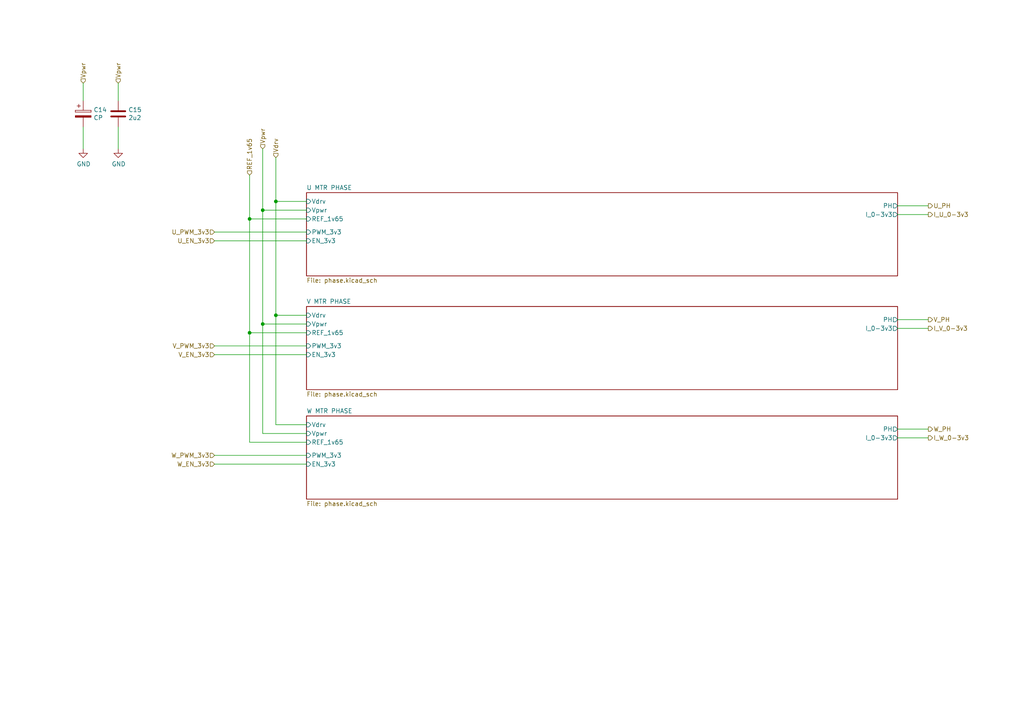
<source format=kicad_sch>
(kicad_sch (version 20230121) (generator eeschema)
  (paper "A4")
  (title_block (title "Canon") (rev "2019") (company "Cocobot") (comment 1 "Version originale: Brushless SSLv2 - R. Deniéport"))
  (lib_symbols
    (symbol "Device:C" (pin_numbers hide) (pin_names (offset 0.254))
      (property "Reference" "C" (at 0.635 2.54 0))
      (property "Value" "C" (at 0.635 -2.54 0))
      (symbol "C_0_1"
        (polyline (pts (xy -2.032 -0.762) (xy 2.032 -0.762)) (stroke (width 0.508)))
        (polyline (pts (xy -2.032 0.762) (xy 2.032 0.762)) (stroke (width 0.508)))
      )
      (symbol "C_1_1"
        (pin passive line (at 0 3.81 270) (length 2.794) (name "~") (number "1"))
        (pin passive line (at 0 -3.81 90) (length 2.794) (name "~") (number "2"))
      )
    )
    (symbol "canon_2019-rescue:CP-Device" (pin_numbers hide) (pin_names (offset 0.254))
      (property "Reference" "C" (at 0.635 2.54 0))
      (property "Value" "Device:CP" (at 0.635 -2.54 0))
      (symbol "CP-Device_0_1"
        (rectangle (start -2.286 0.508) (end -2.286 1.016))
        (rectangle (start -2.286 0.508) (end 2.286 0.508))
        (polyline (pts (xy -1.778 2.286) (xy -0.762 2.286)))
        (polyline (pts (xy -1.27 2.794) (xy -1.27 1.778)))
        (rectangle (start 2.286 -0.508) (end -2.286 -1.016) (fill (type outline)))
        (rectangle (start 2.286 1.016) (end -2.286 1.016))
        (rectangle (start 2.286 1.016) (end 2.286 0.508))
      )
      (symbol "CP-Device_1_1"
        (pin passive line (at 0 3.81 270) (length 2.794) (name "~") (number "1"))
        (pin passive line (at 0 -3.81 90) (length 2.794) (name "~") (number "2"))
      )
    )
    (symbol "power:GND" (power) (pin_names (offset 0))
      (property "Value" "GND" (at 0 -3.81 0))
      (symbol "GND_0_1"
        (polyline (pts (xy 0 0) (xy 0 -1.27) (xy 1.27 -1.27) (xy 0 -2.54) (xy -1.27 -1.27) (xy 0 -1.27)))
      )
      (symbol "GND_1_1"
        (pin power_in line (at 0 0 270) (length 0) hide (name "GND") (number "1"))
      )
    )
  )
  (junction (at 76.2 60.96))
  (junction (at 80.01 91.44))
  (junction (at 80.01 58.42))
  (junction (at 72.39 63.5))
  (junction (at 72.39 96.52))
  (junction (at 76.2 93.98))
  (wire (pts (xy 269.24 124.46) (xy 260.35 124.46)))
  (wire (pts (xy 80.01 91.44) (xy 80.01 123.19)))
  (wire (pts (xy 80.01 123.19) (xy 88.9 123.19)))
  (wire (pts (xy 76.2 93.98) (xy 88.9 93.98)))
  (wire (pts (xy 72.39 50.8) (xy 72.39 63.5)))
  (wire (pts (xy 80.01 58.42) (xy 80.01 91.44)))
  (wire (pts (xy 62.23 134.62) (xy 88.9 134.62)))
  (wire (pts (xy 34.29 43.18) (xy 34.29 36.83)))
  (wire (pts (xy 76.2 125.73) (xy 88.9 125.73)))
  (wire (pts (xy 269.24 59.69) (xy 260.35 59.69)))
  (wire (pts (xy 76.2 93.98) (xy 76.2 125.73)))
  (wire (pts (xy 34.29 29.21) (xy 34.29 24.13)))
  (wire (pts (xy 269.24 95.25) (xy 260.35 95.25)))
  (wire (pts (xy 72.39 96.52) (xy 72.39 128.27)))
  (wire (pts (xy 62.23 67.31) (xy 88.9 67.31)))
  (wire (pts (xy 24.13 43.18) (xy 24.13 36.83)))
  (wire (pts (xy 80.01 45.72) (xy 80.01 58.42)))
  (wire (pts (xy 62.23 102.87) (xy 88.9 102.87)))
  (wire (pts (xy 269.24 92.71) (xy 260.35 92.71)))
  (wire (pts (xy 76.2 60.96) (xy 76.2 93.98)))
  (wire (pts (xy 24.13 29.21) (xy 24.13 24.13)))
  (wire (pts (xy 62.23 69.85) (xy 88.9 69.85)))
  (wire (pts (xy 72.39 128.27) (xy 88.9 128.27)))
  (wire (pts (xy 269.24 62.23) (xy 260.35 62.23)))
  (wire (pts (xy 80.01 58.42) (xy 88.9 58.42)))
  (wire (pts (xy 62.23 132.08) (xy 88.9 132.08)))
  (wire (pts (xy 72.39 63.5) (xy 72.39 96.52)))
  (wire (pts (xy 72.39 63.5) (xy 88.9 63.5)))
  (wire (pts (xy 269.24 127) (xy 260.35 127)))
  (wire (pts (xy 76.2 60.96) (xy 88.9 60.96)))
  (wire (pts (xy 62.23 100.33) (xy 88.9 100.33)))
  (wire (pts (xy 76.2 43.18) (xy 76.2 60.96)))
  (wire (pts (xy 80.01 91.44) (xy 88.9 91.44)))
  (wire (pts (xy 72.39 96.52) (xy 88.9 96.52)))
  (hierarchical_label "I_V_0-3v3" (shape output) (at 269.24 95.25 0))
  (hierarchical_label "Vpwr" (shape input) (at 34.29 24.13 90))
  (hierarchical_label "U_PH" (shape output) (at 269.24 59.69 0))
  (hierarchical_label "W_PH" (shape output) (at 269.24 124.46 0))
  (hierarchical_label "W_EN_3v3" (shape input) (at 62.23 134.62 180))
  (hierarchical_label "V_PH" (shape output) (at 269.24 92.71 0))
  (hierarchical_label "I_U_0-3v3" (shape output) (at 269.24 62.23 0))
  (hierarchical_label "U_EN_3v3" (shape input) (at 62.23 69.85 180))
  (hierarchical_label "Vdrv" (shape input) (at 80.01 45.72 90))
  (hierarchical_label "Vpwr" (shape input) (at 76.2 43.18 90))
  (hierarchical_label "U_PWM_3v3" (shape input) (at 62.23 67.31 180))
  (hierarchical_label "Vpwr" (shape input) (at 24.13 24.13 90))
  (hierarchical_label "REF_1v65" (shape input) (at 72.39 50.8 90))
  (hierarchical_label "I_W_0-3v3" (shape output) (at 269.24 127 0))
  (hierarchical_label "V_PWM_3v3" (shape input) (at 62.23 100.33 180))
  (hierarchical_label "V_EN_3v3" (shape input) (at 62.23 102.87 180))
  (hierarchical_label "W_PWM_3v3" (shape input) (at 62.23 132.08 180))
  (symbol (lib_id "canon_2019-rescue:CP-Device") (at 24.13 33.02 0) (unit 1)
    (property "Reference" "C14" (at 27.1272 31.8516 0) (effects (justify left)))
    (property "Value" "CP" (at 27.1272 34.163 0) (effects (justify left)))
    (property "Footprint" "espitall:c_elec_6.3x7.7" (effects hide))
  )
  (symbol (lib_id "power:GND") (at 24.13 43.18 0) (unit 1)
    (property "Reference" "#PWR0136" (effects hide))
    (property "Value" "GND" (at 24.257 47.5742 0))
  )
  (symbol (lib_id "power:GND") (at 34.29 43.18 0) (unit 1)
    (property "Reference" "#PWR0137" (effects hide))
    (property "Value" "GND" (at 34.417 47.5742 0))
  )
  (symbol (lib_id "Device:C") (at 34.29 33.02 0) (unit 1)
    (property "Reference" "C15" (at 37.211 31.8516 0) (effects (justify left)))
    (property "Value" "2u2" (at 37.211 34.163 0) (effects (justify left)))
    (property "Footprint" "espitall:C_0603" (effects hide))
  )
  (sheet (at 88.9 88.9) (size 171.45 24.13)
    (property "Sheetname" "V MTR PHASE" (at 88.9 88.1884 0) (effects (justify left bottom)))
    (property "Sheetfile" "phase.kicad_sch" (at 88.9 113.6146 0) (effects (justify left top)))
    (pin "Vdrv" input (at 88.9 91.44 180))
    (pin "PWM_3v3" input (at 88.9 100.33 180))
    (pin "EN_3v3" input (at 88.9 102.87 180))
    (pin "Vpwr" input (at 88.9 93.98 180))
    (pin "PH" output (at 260.35 92.71 0))
    (pin "I_0-3v3" output (at 260.35 95.25 0))
    (pin "REF_1v65" input (at 88.9 96.52 180))
  )
  (sheet (at 88.9 120.65) (size 171.45 24.13)
    (property "Sheetname" "W MTR PHASE" (at 88.9 119.9384 0) (effects (justify left bottom)))
    (property "Sheetfile" "phase.kicad_sch" (at 88.9 145.3646 0) (effects (justify left top)))
    (pin "Vdrv" input (at 88.9 123.19 180))
    (pin "PWM_3v3" input (at 88.9 132.08 180))
    (pin "EN_3v3" input (at 88.9 134.62 180))
    (pin "Vpwr" input (at 88.9 125.73 180))
    (pin "PH" output (at 260.35 124.46 0))
    (pin "I_0-3v3" output (at 260.35 127 0))
    (pin "REF_1v65" input (at 88.9 128.27 180))
  )
  (sheet (at 88.9 55.88) (size 171.45 24.13)
    (property "Sheetname" "U MTR PHASE" (at 88.9 55.1684 0) (effects (justify left bottom)))
    (property "Sheetfile" "phase.kicad_sch" (at 88.9 80.5946 0) (effects (justify left top)))
    (pin "Vdrv" input (at 88.9 58.42 180))
    (pin "PWM_3v3" input (at 88.9 67.31 180))
    (pin "EN_3v3" input (at 88.9 69.85 180))
    (pin "Vpwr" input (at 88.9 60.96 180))
    (pin "PH" output (at 260.35 59.69 0))
    (pin "I_0-3v3" output (at 260.35 62.23 0))
    (pin "REF_1v65" input (at 88.9 63.5 180))
  )
)
</source>
